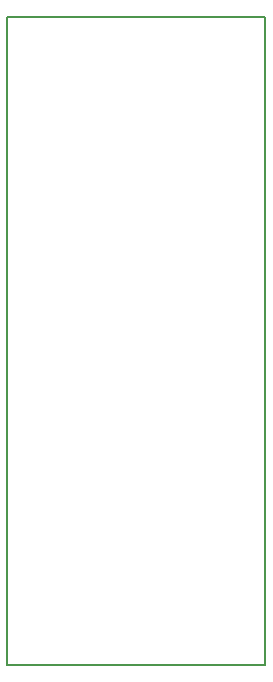
<source format=gm1>
G04 #@! TF.GenerationSoftware,KiCad,Pcbnew,(5.0.0)*
G04 #@! TF.CreationDate,2018-10-12T19:52:20-04:00*
G04 #@! TF.ProjectId,DRV8308_BreakoutBoard,445256383330385F427265616B6F7574,rev?*
G04 #@! TF.SameCoordinates,Original*
G04 #@! TF.FileFunction,Profile,NP*
%FSLAX46Y46*%
G04 Gerber Fmt 4.6, Leading zero omitted, Abs format (unit mm)*
G04 Created by KiCad (PCBNEW (5.0.0)) date 10/12/18 19:52:20*
%MOMM*%
%LPD*%
G01*
G04 APERTURE LIST*
%ADD10C,0.150000*%
G04 APERTURE END LIST*
D10*
X137668000Y-126492000D02*
X159512000Y-126492000D01*
X159512000Y-71628000D02*
X137668000Y-71628000D01*
X137668000Y-126492000D02*
X137668000Y-71628000D01*
X159512000Y-71628000D02*
X159512000Y-126492000D01*
M02*

</source>
